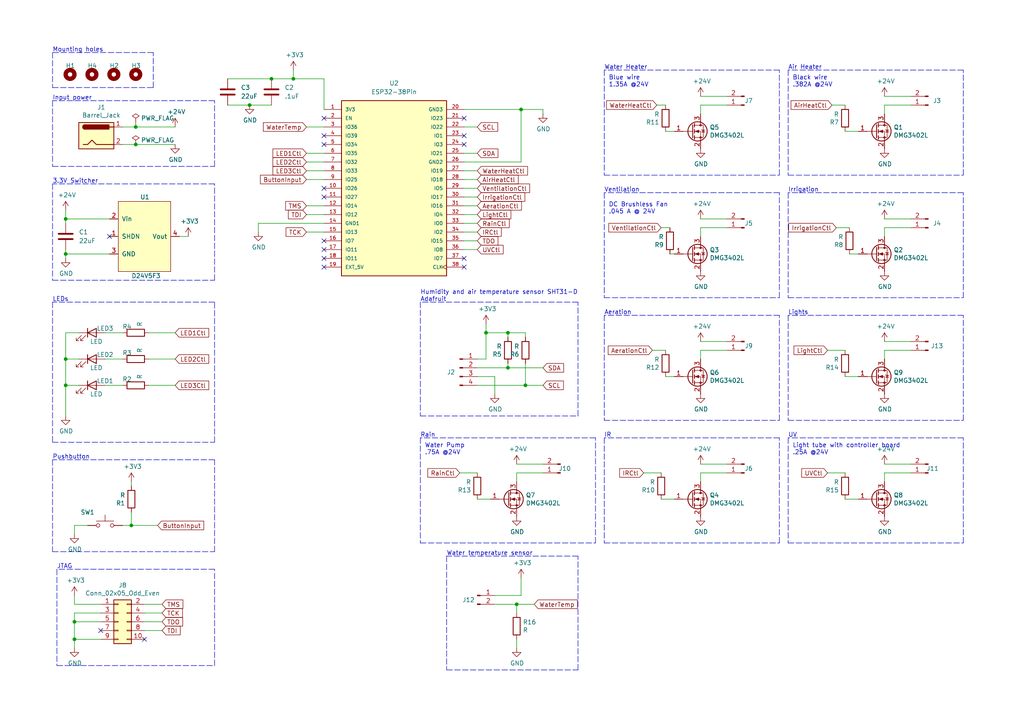
<source format=kicad_sch>
(kicad_sch (version 20211123) (generator eeschema)
  (paper "A4")
  (lib_symbols
    (symbol "Connector:Barrel_Jack" (pin_names (offset 1.016))
      (property "Reference" "J" (at 0 5.334 0))
      (property "Value" "Barrel_Jack" (at 0 -5.08 0))
      (symbol "Barrel_Jack_0_1"
        (rectangle (start -5.08 3.81) (end 5.08 -3.81) (stroke (width 0.254)) (fill (type background)))
        (arc (start -3.302 3.175) (mid -3.937 2.54) (end -3.302 1.905) (stroke (width 0.254)))
        (arc (start -3.302 3.175) (mid -3.937 2.54) (end -3.302 1.905) (stroke (width 0.254)) (fill (type outline)))
        (polyline (pts (xy 5.08 2.54) (xy 3.81 2.54)) (stroke (width 0.254)))
        (polyline (pts (xy -3.81 -2.54) (xy -2.54 -2.54) (xy -1.27 -1.27) (xy 0 -2.54) (xy 2.54 -2.54) (xy 5.08 -2.54)) (stroke (width 0.254)))
        (rectangle (start 3.683 3.175) (end -3.302 1.905) (stroke (width 0.254)) (fill (type outline)))
      )
      (symbol "Barrel_Jack_1_1"
        (pin passive line (at 7.62 2.54 180) (length 2.54) (name "~") (number "1"))
        (pin passive line (at 7.62 -2.54 180) (length 2.54) (name "~") (number "2"))
      )
    )
    (symbol "Connector:Conn_01x02_Male" (pin_names (offset 1.016) hide)
      (property "Reference" "J" (at 0 2.54 0))
      (property "Value" "Conn_01x02_Male" (at 0 -5.08 0))
      (symbol "Conn_01x02_Male_1_1"
        (polyline (pts (xy 1.27 -2.54) (xy 0.8636 -2.54)) (stroke (width 0.1524)))
        (polyline (pts (xy 1.27 0) (xy 0.8636 0)) (stroke (width 0.1524)))
        (rectangle (start 0.8636 -2.413) (end 0 -2.667) (stroke (width 0.1524)) (fill (type outline)))
        (rectangle (start 0.8636 0.127) (end 0 -0.127) (stroke (width 0.1524)) (fill (type outline)))
        (pin passive line (at 5.08 0 180) (length 3.81) (name "Pin_1") (number "1"))
        (pin passive line (at 5.08 -2.54 180) (length 3.81) (name "Pin_2") (number "2"))
      )
    )
    (symbol "Connector:Conn_01x04_Male" (pin_names (offset 1.016) hide)
      (property "Reference" "J" (at 0 5.08 0))
      (property "Value" "Conn_01x04_Male" (at 0 -7.62 0))
      (symbol "Conn_01x04_Male_1_1"
        (polyline (pts (xy 1.27 -5.08) (xy 0.8636 -5.08)) (stroke (width 0.1524)))
        (polyline (pts (xy 1.27 -2.54) (xy 0.8636 -2.54)) (stroke (width 0.1524)))
        (polyline (pts (xy 1.27 0) (xy 0.8636 0)) (stroke (width 0.1524)))
        (polyline (pts (xy 1.27 2.54) (xy 0.8636 2.54)) (stroke (width 0.1524)))
        (rectangle (start 0.8636 -4.953) (end 0 -5.207) (stroke (width 0.1524)) (fill (type outline)))
        (rectangle (start 0.8636 -2.413) (end 0 -2.667) (stroke (width 0.1524)) (fill (type outline)))
        (rectangle (start 0.8636 0.127) (end 0 -0.127) (stroke (width 0.1524)) (fill (type outline)))
        (rectangle (start 0.8636 2.667) (end 0 2.413) (stroke (width 0.1524)) (fill (type outline)))
        (pin passive line (at 5.08 2.54 180) (length 3.81) (name "Pin_1") (number "1"))
        (pin passive line (at 5.08 0 180) (length 3.81) (name "Pin_2") (number "2"))
        (pin passive line (at 5.08 -2.54 180) (length 3.81) (name "Pin_3") (number "3"))
        (pin passive line (at 5.08 -5.08 180) (length 3.81) (name "Pin_4") (number "4"))
      )
    )
    (symbol "Connector_Generic:Conn_02x05_Odd_Even" (pin_names (offset 1.016) hide)
      (property "Reference" "J" (at 1.27 7.62 0))
      (property "Value" "Conn_02x05_Odd_Even" (at 1.27 -7.62 0))
      (symbol "Conn_02x05_Odd_Even_1_1"
        (rectangle (start -1.27 -4.953) (end 0 -5.207) (stroke (width 0.1524)))
        (rectangle (start -1.27 -2.413) (end 0 -2.667) (stroke (width 0.1524)))
        (rectangle (start -1.27 0.127) (end 0 -0.127) (stroke (width 0.1524)))
        (rectangle (start -1.27 2.667) (end 0 2.413) (stroke (width 0.1524)))
        (rectangle (start -1.27 5.207) (end 0 4.953) (stroke (width 0.1524)))
        (rectangle (start -1.27 6.35) (end 3.81 -6.35) (stroke (width 0.254)) (fill (type background)))
        (rectangle (start 3.81 -4.953) (end 2.54 -5.207) (stroke (width 0.1524)))
        (rectangle (start 3.81 -2.413) (end 2.54 -2.667) (stroke (width 0.1524)))
        (rectangle (start 3.81 0.127) (end 2.54 -0.127) (stroke (width 0.1524)))
        (rectangle (start 3.81 2.667) (end 2.54 2.413) (stroke (width 0.1524)))
        (rectangle (start 3.81 5.207) (end 2.54 4.953) (stroke (width 0.1524)))
        (pin passive line (at -5.08 5.08 0) (length 3.81) (name "Pin_1") (number "1"))
        (pin passive line (at 7.62 -5.08 180) (length 3.81) (name "Pin_10") (number "10"))
        (pin passive line (at 7.62 5.08 180) (length 3.81) (name "Pin_2") (number "2"))
        (pin passive line (at -5.08 2.54 0) (length 3.81) (name "Pin_3") (number "3"))
        (pin passive line (at 7.62 2.54 180) (length 3.81) (name "Pin_4") (number "4"))
        (pin passive line (at -5.08 0 0) (length 3.81) (name "Pin_5") (number "5"))
        (pin passive line (at 7.62 0 180) (length 3.81) (name "Pin_6") (number "6"))
        (pin passive line (at -5.08 -2.54 0) (length 3.81) (name "Pin_7") (number "7"))
        (pin passive line (at 7.62 -2.54 180) (length 3.81) (name "Pin_8") (number "8"))
        (pin passive line (at -5.08 -5.08 0) (length 3.81) (name "Pin_9") (number "9"))
      )
    )
    (symbol "Device:C" (pin_numbers hide) (pin_names (offset 0.254))
      (property "Reference" "C" (at 0.635 2.54 0))
      (property "Value" "C" (at 0.635 -2.54 0))
      (symbol "C_0_1"
        (polyline (pts (xy -2.032 -0.762) (xy 2.032 -0.762)) (stroke (width 0.508)))
        (polyline (pts (xy -2.032 0.762) (xy 2.032 0.762)) (stroke (width 0.508)))
      )
      (symbol "C_1_1"
        (pin passive line (at 0 3.81 270) (length 2.794) (name "~") (number "1"))
        (pin passive line (at 0 -3.81 90) (length 2.794) (name "~") (number "2"))
      )
    )
    (symbol "Device:LED" (pin_numbers hide) (pin_names (offset 1.016) hide)
      (property "Reference" "D" (at 0 2.54 0))
      (property "Value" "LED" (at 0 -2.54 0))
      (symbol "LED_0_1"
        (polyline (pts (xy -1.27 -1.27) (xy -1.27 1.27)) (stroke (width 0.254)))
        (polyline (pts (xy -1.27 0) (xy 1.27 0)))
        (polyline (pts (xy 1.27 -1.27) (xy 1.27 1.27) (xy -1.27 0) (xy 1.27 -1.27)) (stroke (width 0.254)))
        (polyline (pts (xy -3.048 -0.762) (xy -4.572 -2.286) (xy -3.81 -2.286) (xy -4.572 -2.286) (xy -4.572 -1.524)))
        (polyline (pts (xy -1.778 -0.762) (xy -3.302 -2.286) (xy -2.54 -2.286) (xy -3.302 -2.286) (xy -3.302 -1.524)))
      )
      (symbol "LED_1_1"
        (pin passive line (at -3.81 0 0) (length 2.54) (name "K") (number "1"))
        (pin passive line (at 3.81 0 180) (length 2.54) (name "A") (number "2"))
      )
    )
    (symbol "Device:R" (pin_numbers hide) (pin_names (offset 0))
      (property "Reference" "R" (at 2.032 0 90))
      (property "Value" "R" (at 0 0 90))
      (symbol "R_0_1"
        (rectangle (start -1.016 -2.54) (end 1.016 2.54) (stroke (width 0.254)))
      )
      (symbol "R_1_1"
        (pin passive line (at 0 3.81 270) (length 1.27) (name "~") (number "1"))
        (pin passive line (at 0 -3.81 90) (length 1.27) (name "~") (number "2"))
      )
    )
    (symbol "GySymbols:D24V5F3" (pin_names (offset 1.016))
      (property "Reference" "U1" (at -1.27 -11.43 90))
      (property "Value" "D24V5F3" (at -3.81 11.43 90))
      (symbol "D24V5F3_0_1"
        (rectangle (start -10.16 7.62) (end 10.16 -7.62) (fill (type background)))
      )
      (symbol "D24V5F3_1_1"
        (pin input line (at 0 10.16 270) (length 2.54) (name "SHDN") (number "1"))
        (pin power_in line (at -5.08 10.16 270) (length 2.54) (name "Vin") (number "2"))
        (pin power_in line (at 5.08 10.16 270) (length 2.54) (name "GND") (number "3"))
        (pin power_out line (at 0 -10.16 90) (length 2.54) (name "Vout") (number "4"))
      )
    )
    (symbol "GySymbols:ESP32-38Pin" (pin_names (offset 1.016))
      (property "Reference" "U" (at -15.2654 26.0604 0))
      (property "Value" "ESP32-38Pin" (at -15.2654 -27.9654 0))
      (symbol "ESP32-38Pin_0_0"
        (rectangle (start -15.24 -25.4) (end 15.24 25.4) (stroke (width 0.254)) (fill (type background)))
        (pin power_in line (at -20.32 22.86 0) (length 5.08) (name "3V3") (number "1"))
        (pin bidirectional line (at -20.32 0 0) (length 5.08) (name "IO26") (number "10"))
        (pin bidirectional line (at -20.32 -2.54 0) (length 5.08) (name "IO27") (number "11"))
        (pin bidirectional line (at -20.32 -5.08 0) (length 5.08) (name "IO14") (number "12"))
        (pin bidirectional line (at -20.32 -7.62 0) (length 5.08) (name "IO12") (number "13"))
        (pin power_in line (at -20.32 -10.16 0) (length 5.08) (name "GND1") (number "14"))
        (pin bidirectional line (at -20.32 -12.7 0) (length 5.08) (name "IO13") (number "15"))
        (pin bidirectional line (at -20.32 -15.24 0) (length 5.08) (name "IO7") (number "16"))
        (pin bidirectional line (at -20.32 -17.78 0) (length 5.08) (name "IO11") (number "17"))
        (pin bidirectional line (at -20.32 -20.32 0) (length 5.08) (name "IO11") (number "18"))
        (pin power_in line (at -20.32 -22.86 0) (length 5.08) (name "EXT_5V") (number "19"))
        (pin input line (at -20.32 20.32 0) (length 5.08) (name "EN") (number "2"))
        (pin power_in line (at 20.32 22.86 180) (length 5.08) (name "GND3") (number "20"))
        (pin bidirectional line (at 20.32 20.32 180) (length 5.08) (name "IO23") (number "21"))
        (pin bidirectional line (at 20.32 17.78 180) (length 5.08) (name "IO22") (number "22"))
        (pin bidirectional line (at 20.32 15.24 180) (length 5.08) (name "IO1") (number "23"))
        (pin bidirectional line (at 20.32 12.7 180) (length 5.08) (name "IO3") (number "24"))
        (pin bidirectional line (at 20.32 10.16 180) (length 5.08) (name "IO21") (number "25"))
        (pin power_in line (at 20.32 7.62 180) (length 5.08) (name "GND2") (number "26"))
        (pin bidirectional line (at 20.32 5.08 180) (length 5.08) (name "IO19") (number "27"))
        (pin bidirectional line (at 20.32 2.54 180) (length 5.08) (name "IO18") (number "28"))
        (pin bidirectional line (at 20.32 0 180) (length 5.08) (name "IO5") (number "29"))
        (pin bidirectional line (at -20.32 17.78 0) (length 5.08) (name "IO36") (number "3"))
        (pin bidirectional line (at 20.32 -2.54 180) (length 5.08) (name "IO17") (number "30"))
        (pin bidirectional line (at 20.32 -5.08 180) (length 5.08) (name "IO16") (number "31"))
        (pin bidirectional line (at 20.32 -7.62 180) (length 5.08) (name "IO4") (number "32"))
        (pin bidirectional line (at 20.32 -10.16 180) (length 5.08) (name "IO0") (number "33"))
        (pin bidirectional line (at 20.32 -12.7 180) (length 5.08) (name "IO2") (number "34"))
        (pin bidirectional line (at 20.32 -15.24 180) (length 5.08) (name "IO15") (number "35"))
        (pin bidirectional line (at 20.32 -17.78 180) (length 5.08) (name "IO8") (number "36"))
        (pin bidirectional line (at 20.32 -20.32 180) (length 5.08) (name "IO7") (number "37"))
        (pin input clock (at 20.32 -22.86 180) (length 5.08) (name "CLK") (number "38"))
        (pin bidirectional line (at -20.32 15.24 0) (length 5.08) (name "IO39") (number "4"))
        (pin bidirectional line (at -20.32 12.7 0) (length 5.08) (name "IO34") (number "5"))
        (pin bidirectional line (at -20.32 10.16 0) (length 5.08) (name "IO35") (number "6"))
        (pin bidirectional line (at -20.32 7.62 0) (length 5.08) (name "IO32") (number "7"))
        (pin bidirectional line (at -20.32 5.08 0) (length 5.08) (name "IO33") (number "8"))
        (pin bidirectional line (at -20.32 2.54 0) (length 5.08) (name "IO25") (number "9"))
      )
    )
    (symbol "Mechanical:MountingHole" (pin_names (offset 1.016))
      (property "Reference" "H" (at 0 5.08 0))
      (property "Value" "MountingHole" (at 0 3.175 0))
      (symbol "MountingHole_0_1"
        (circle (center 0 0) (radius 1.27) (stroke (width 1.27)))
      )
    )
    (symbol "Switch:SW_Push" (pin_numbers hide) (pin_names (offset 1.016) hide)
      (property "Reference" "SW" (at 1.27 2.54 0))
      (property "Value" "SW_Push" (at 0 -1.524 0))
      (symbol "SW_Push_0_1"
        (circle (center -2.032 0) (radius 0.508))
        (polyline (pts (xy 0 1.27) (xy 0 3.048)))
        (polyline (pts (xy 2.54 1.27) (xy -2.54 1.27)))
        (circle (center 2.032 0) (radius 0.508))
        (pin passive line (at -5.08 0 0) (length 2.54) (name "1") (number "1"))
        (pin passive line (at 5.08 0 180) (length 2.54) (name "2") (number "2"))
      )
    )
    (symbol "Transistor_FET:DMG3402L" (pin_names hide)
      (property "Reference" "Q" (at 5.08 1.905 0))
      (property "Value" "DMG3402L" (at 5.08 0 0))
      (symbol "DMG3402L_0_1"
        (polyline (pts (xy 0.254 0) (xy -2.54 0)))
        (polyline (pts (xy 0.254 1.905) (xy 0.254 -1.905)) (stroke (width 0.254)))
        (polyline (pts (xy 0.762 -1.27) (xy 0.762 -2.286)) (stroke (width 0.254)))
        (polyline (pts (xy 0.762 0.508) (xy 0.762 -0.508)) (stroke (width 0.254)))
        (polyline (pts (xy 0.762 2.286) (xy 0.762 1.27)) (stroke (width 0.254)))
        (polyline (pts (xy 2.54 2.54) (xy 2.54 1.778)))
        (polyline (pts (xy 2.54 -2.54) (xy 2.54 0) (xy 0.762 0)))
        (polyline (pts (xy 0.762 -1.778) (xy 3.302 -1.778) (xy 3.302 1.778) (xy 0.762 1.778)))
        (polyline (pts (xy 1.016 0) (xy 2.032 0.381) (xy 2.032 -0.381) (xy 1.016 0)) (fill (type outline)))
        (polyline (pts (xy 2.794 0.508) (xy 2.921 0.381) (xy 3.683 0.381) (xy 3.81 0.254)))
        (polyline (pts (xy 3.302 0.381) (xy 2.921 -0.254) (xy 3.683 -0.254) (xy 3.302 0.381)))
        (circle (center 1.651 0) (radius 2.794) (stroke (width 0.254)))
        (circle (center 2.54 -1.778) (radius 0.254) (fill (type outline)))
        (circle (center 2.54 1.778) (radius 0.254) (fill (type outline)))
      )
      (symbol "DMG3402L_1_1"
        (pin input line (at -5.08 0 0) (length 2.54) (name "G") (number "1"))
        (pin passive line (at 2.54 -5.08 90) (length 2.54) (name "S") (number "2"))
        (pin passive line (at 2.54 5.08 270) (length 2.54) (name "D") (number "3"))
      )
    )
    (symbol "power:+24V" (power) (pin_names (offset 0))
      (property "Value" "+24V" (at 0 3.556 0))
      (symbol "+24V_0_1"
        (polyline (pts (xy -0.762 1.27) (xy 0 2.54)))
        (polyline (pts (xy 0 0) (xy 0 2.54)))
        (polyline (pts (xy 0 2.54) (xy 0.762 1.27)))
      )
      (symbol "+24V_1_1"
        (pin power_in line (at 0 0 90) (length 0) hide (name "+24V") (number "1"))
      )
    )
    (symbol "power:+3V3" (power) (pin_names (offset 0))
      (property "Value" "+3V3" (at 0 3.556 0))
      (symbol "+3V3_0_1"
        (polyline (pts (xy -0.762 1.27) (xy 0 2.54)))
        (polyline (pts (xy 0 0) (xy 0 2.54)))
        (polyline (pts (xy 0 2.54) (xy 0.762 1.27)))
      )
      (symbol "+3V3_1_1"
        (pin power_in line (at 0 0 90) (length 0) hide (name "+3V3") (number "1"))
      )
    )
    (symbol "power:GND" (power) (pin_names (offset 0))
      (property "Value" "GND" (at 0 -3.81 0))
      (symbol "GND_0_1"
        (polyline (pts (xy 0 0) (xy 0 -1.27) (xy 1.27 -1.27) (xy 0 -2.54) (xy -1.27 -1.27) (xy 0 -1.27)))
      )
      (symbol "GND_1_1"
        (pin power_in line (at 0 0 270) (length 0) hide (name "GND") (number "1"))
      )
    )
    (symbol "power:PWR_FLAG" (power) (pin_numbers hide) (pin_names (offset 0) hide)
      (property "Value" "PWR_FLAG" (at 0 3.81 0))
      (symbol "PWR_FLAG_0_0"
        (pin power_out line (at 0 0 90) (length 0) (name "pwr") (number "1"))
      )
      (symbol "PWR_FLAG_0_1"
        (polyline (pts (xy 0 0) (xy 0 1.27) (xy -1.016 1.905) (xy 0 2.54) (xy 1.016 1.905) (xy 0 1.27)))
      )
    )
  )
  (junction (at 39.37 36.83))
  (junction (at 19.05 111.76))
  (junction (at 19.05 63.5))
  (junction (at 149.86 175.26))
  (junction (at 19.05 73.66))
  (junction (at 21.59 180.34))
  (junction (at 38.1 152.4))
  (junction (at 72.39 30.48))
  (junction (at 147.32 106.68))
  (junction (at 140.97 96.52))
  (junction (at 151.13 31.75))
  (junction (at 147.32 96.52))
  (junction (at 39.37 41.91))
  (junction (at 21.59 185.42))
  (junction (at 85.09 22.86))
  (junction (at 152.4 111.76))
  (junction (at 19.05 104.14))
  (junction (at 78.74 22.86))
  (no_connect (at 29.21 182.88))
  (no_connect (at 41.91 185.42))
  (no_connect (at 93.98 34.29))
  (no_connect (at 93.98 41.91))
  (no_connect (at 134.62 74.93))
  (no_connect (at 134.62 77.47))
  (no_connect (at 93.98 39.37))
  (no_connect (at 93.98 69.85))
  (no_connect (at 93.98 72.39))
  (no_connect (at 93.98 77.47))
  (no_connect (at 93.98 74.93))
  (no_connect (at 93.98 57.15))
  (no_connect (at 93.98 54.61))
  (no_connect (at 134.62 34.29))
  (no_connect (at 134.62 39.37))
  (no_connect (at 134.62 41.91))
  (no_connect (at 31.75 68.58))
  (polyline (pts (xy 175.26 55.88) (xy 175.26 86.36)))
  (wire (pts (xy 134.62 46.99) (xy 151.13 46.99)))
  (wire (pts (xy 41.91 175.26) (xy 46.99 175.26)))
  (wire (pts (xy 149.86 134.62) (xy 157.48 134.62)))
  (wire (pts (xy 133.35 137.16) (xy 138.43 137.16)))
  (polyline (pts (xy 226.06 91.44) (xy 175.26 91.44)))
  (wire (pts (xy 240.03 101.6) (xy 245.11 101.6)))
  (wire (pts (xy 22.86 96.52) (xy 19.05 96.52)))
  (polyline (pts (xy 175.26 157.48) (xy 226.06 157.48)))
  (polyline (pts (xy 15.24 25.4) (xy 44.45 25.4)))
  (wire (pts (xy 38.1 152.4) (xy 38.1 148.59)))
  (wire (pts (xy 256.54 30.48) (xy 264.16 30.48)))
  (wire (pts (xy 138.43 144.78) (xy 142.24 144.78)))
  (wire (pts (xy 72.39 30.48) (xy 78.74 30.48)))
  (wire (pts (xy 256.54 33.02) (xy 256.54 30.48)))
  (wire (pts (xy 74.93 67.31) (xy 74.93 64.77)))
  (wire (pts (xy 151.13 172.72) (xy 151.13 167.64)))
  (wire (pts (xy 143.51 172.72) (xy 151.13 172.72)))
  (wire (pts (xy 134.62 44.45) (xy 138.43 44.45)))
  (wire (pts (xy 43.18 111.76) (xy 50.8 111.76)))
  (wire (pts (xy 203.2 99.06) (xy 210.82 99.06)))
  (wire (pts (xy 245.11 38.1) (xy 248.92 38.1)))
  (wire (pts (xy 191.77 66.04) (xy 194.31 66.04)))
  (wire (pts (xy 256.54 104.14) (xy 256.54 101.6)))
  (polyline (pts (xy 228.6 127) (xy 228.6 157.48)))
  (wire (pts (xy 29.21 177.8) (xy 21.59 177.8)))
  (polyline (pts (xy 175.26 121.92) (xy 226.06 121.92)))
  (wire (pts (xy 256.54 27.94) (xy 264.16 27.94)))
  (polyline (pts (xy 121.92 120.65) (xy 167.64 120.65)))
  (wire (pts (xy 134.62 67.31) (xy 138.43 67.31)))
  (polyline (pts (xy 15.24 15.24) (xy 15.24 25.4)))
  (polyline (pts (xy 15.24 53.34) (xy 15.24 81.28)))
  (wire (pts (xy 240.03 137.16) (xy 245.11 137.16)))
  (polyline (pts (xy 228.6 20.32) (xy 228.6 50.8)))
  (wire (pts (xy 203.2 134.62) (xy 210.82 134.62)))
  (wire (pts (xy 203.2 66.04) (xy 210.82 66.04)))
  (wire (pts (xy 149.86 175.26) (xy 143.51 175.26)))
  (wire (pts (xy 256.54 139.7) (xy 256.54 137.16)))
  (polyline (pts (xy 62.23 81.28) (xy 62.23 53.34)))
  (wire (pts (xy 194.31 73.66) (xy 195.58 73.66)))
  (wire (pts (xy 134.62 64.77) (xy 138.43 64.77)))
  (wire (pts (xy 21.59 187.96) (xy 21.59 185.42)))
  (wire (pts (xy 19.05 104.14) (xy 22.86 104.14)))
  (wire (pts (xy 193.04 38.1) (xy 195.58 38.1)))
  (wire (pts (xy 191.77 144.78) (xy 195.58 144.78)))
  (polyline (pts (xy 279.4 127) (xy 228.6 127)))
  (wire (pts (xy 149.86 187.96) (xy 149.86 185.42)))
  (polyline (pts (xy 129.54 194.31) (xy 167.64 194.31)))
  (polyline (pts (xy 62.23 53.34) (xy 15.24 53.34)))
  (wire (pts (xy 256.54 101.6) (xy 264.16 101.6)))
  (polyline (pts (xy 175.26 50.8) (xy 226.06 50.8)))
  (wire (pts (xy 35.56 36.83) (xy 39.37 36.83)))
  (polyline (pts (xy 175.26 127) (xy 175.26 157.48)))
  (polyline (pts (xy 226.06 20.32) (xy 175.26 20.32)))
  (polyline (pts (xy 226.06 86.36) (xy 226.06 55.88)))
  (polyline (pts (xy 129.54 161.29) (xy 129.54 194.31)))
  (wire (pts (xy 30.48 111.76) (xy 35.56 111.76)))
  (wire (pts (xy 147.32 106.68) (xy 157.48 106.68)))
  (wire (pts (xy 147.32 96.52) (xy 140.97 96.52)))
  (wire (pts (xy 19.05 73.66) (xy 19.05 74.93)))
  (polyline (pts (xy 15.24 160.02) (xy 62.23 160.02)))
  (polyline (pts (xy 172.72 157.48) (xy 172.72 127)))
  (wire (pts (xy 140.97 104.14) (xy 140.97 96.52)))
  (wire (pts (xy 93.98 22.86) (xy 93.98 31.75)))
  (wire (pts (xy 41.91 182.88) (xy 46.99 182.88)))
  (wire (pts (xy 186.69 137.16) (xy 191.77 137.16)))
  (wire (pts (xy 245.11 109.22) (xy 248.92 109.22)))
  (wire (pts (xy 19.05 63.5) (xy 19.05 64.77)))
  (polyline (pts (xy 279.4 86.36) (xy 279.4 55.88)))
  (polyline (pts (xy 62.23 160.02) (xy 62.23 133.35)))
  (wire (pts (xy 256.54 66.04) (xy 264.16 66.04)))
  (polyline (pts (xy 228.6 86.36) (xy 279.4 86.36)))
  (wire (pts (xy 30.48 104.14) (xy 35.56 104.14)))
  (wire (pts (xy 151.13 46.99) (xy 151.13 31.75)))
  (polyline (pts (xy 15.24 128.27) (xy 62.23 128.27)))
  (wire (pts (xy 74.93 64.77) (xy 93.98 64.77)))
  (wire (pts (xy 66.04 22.86) (xy 78.74 22.86)))
  (wire (pts (xy 134.62 52.07) (xy 138.43 52.07)))
  (wire (pts (xy 88.9 59.69) (xy 93.98 59.69)))
  (wire (pts (xy 140.97 96.52) (xy 140.97 93.98)))
  (wire (pts (xy 19.05 72.39) (xy 19.05 73.66)))
  (wire (pts (xy 38.1 152.4) (xy 45.72 152.4)))
  (wire (pts (xy 31.75 73.66) (xy 19.05 73.66)))
  (polyline (pts (xy 62.23 165.1) (xy 16.51 165.1)))
  (wire (pts (xy 35.56 41.91) (xy 39.37 41.91)))
  (wire (pts (xy 149.86 139.7) (xy 149.86 137.16)))
  (wire (pts (xy 43.18 96.52) (xy 50.8 96.52)))
  (polyline (pts (xy 172.72 127) (xy 121.92 127)))
  (wire (pts (xy 189.23 101.6) (xy 193.04 101.6)))
  (wire (pts (xy 30.48 96.52) (xy 35.56 96.52)))
  (wire (pts (xy 43.18 104.14) (xy 50.8 104.14)))
  (wire (pts (xy 203.2 63.5) (xy 210.82 63.5)))
  (wire (pts (xy 138.43 106.68) (xy 147.32 106.68)))
  (wire (pts (xy 203.2 68.58) (xy 203.2 66.04)))
  (wire (pts (xy 88.9 52.07) (xy 93.98 52.07)))
  (polyline (pts (xy 228.6 50.8) (xy 279.4 50.8)))
  (polyline (pts (xy 15.24 81.28) (xy 62.23 81.28)))
  (polyline (pts (xy 175.26 86.36) (xy 226.06 86.36)))
  (wire (pts (xy 151.13 31.75) (xy 157.48 31.75)))
  (wire (pts (xy 39.37 36.83) (xy 50.8 36.83)))
  (wire (pts (xy 88.9 36.83) (xy 93.98 36.83)))
  (polyline (pts (xy 279.4 121.92) (xy 279.4 91.44)))
  (wire (pts (xy 256.54 68.58) (xy 256.54 66.04)))
  (wire (pts (xy 203.2 137.16) (xy 210.82 137.16)))
  (wire (pts (xy 21.59 152.4) (xy 25.4 152.4)))
  (wire (pts (xy 88.9 67.31) (xy 93.98 67.31)))
  (wire (pts (xy 149.86 177.8) (xy 149.86 175.26)))
  (wire (pts (xy 19.05 111.76) (xy 19.05 120.65)))
  (polyline (pts (xy 279.4 20.32) (xy 228.6 20.32)))
  (wire (pts (xy 246.38 73.66) (xy 248.92 73.66)))
  (polyline (pts (xy 15.24 48.26) (xy 62.23 48.26)))
  (polyline (pts (xy 62.23 29.21) (xy 15.24 29.21)))
  (wire (pts (xy 21.59 175.26) (xy 21.59 172.72)))
  (polyline (pts (xy 279.4 157.48) (xy 279.4 127)))
  (wire (pts (xy 35.56 152.4) (xy 38.1 152.4)))
  (wire (pts (xy 39.37 41.91) (xy 50.8 41.91)))
  (wire (pts (xy 134.62 72.39) (xy 138.43 72.39)))
  (polyline (pts (xy 62.23 133.35) (xy 15.24 133.35)))
  (wire (pts (xy 29.21 180.34) (xy 21.59 180.34)))
  (wire (pts (xy 203.2 30.48) (xy 210.82 30.48)))
  (wire (pts (xy 21.59 175.26) (xy 29.21 175.26)))
  (wire (pts (xy 149.86 137.16) (xy 157.48 137.16)))
  (wire (pts (xy 19.05 111.76) (xy 22.86 111.76)))
  (wire (pts (xy 256.54 137.16) (xy 264.16 137.16)))
  (polyline (pts (xy 44.45 25.4) (xy 44.45 15.24)))
  (wire (pts (xy 134.62 69.85) (xy 138.43 69.85)))
  (wire (pts (xy 41.91 180.34) (xy 46.99 180.34)))
  (polyline (pts (xy 228.6 55.88) (xy 228.6 86.36)))
  (polyline (pts (xy 228.6 91.44) (xy 228.6 121.92)))
  (wire (pts (xy 134.62 31.75) (xy 151.13 31.75)))
  (polyline (pts (xy 167.64 87.63) (xy 121.92 87.63)))
  (wire (pts (xy 52.07 68.58) (xy 54.61 68.58)))
  (wire (pts (xy 152.4 97.79) (xy 152.4 96.52)))
  (wire (pts (xy 19.05 60.96) (xy 19.05 63.5)))
  (polyline (pts (xy 62.23 128.27) (xy 62.23 87.63)))
  (wire (pts (xy 256.54 99.06) (xy 264.16 99.06)))
  (polyline (pts (xy 16.51 193.04) (xy 62.23 193.04)))
  (wire (pts (xy 134.62 49.53) (xy 138.43 49.53)))
  (wire (pts (xy 242.57 66.04) (xy 246.38 66.04)))
  (wire (pts (xy 85.09 20.32) (xy 85.09 22.86)))
  (polyline (pts (xy 228.6 157.48) (xy 279.4 157.48)))
  (polyline (pts (xy 167.64 161.29) (xy 129.54 161.29)))
  (wire (pts (xy 78.74 22.86) (xy 85.09 22.86)))
  (wire (pts (xy 134.62 36.83) (xy 138.43 36.83)))
  (wire (pts (xy 21.59 177.8) (xy 21.59 180.34)))
  (polyline (pts (xy 44.45 15.24) (xy 15.24 15.24)))
  (polyline (pts (xy 226.06 121.92) (xy 226.06 91.44)))
  (polyline (pts (xy 279.4 55.88) (xy 228.6 55.88)))
  (wire (pts (xy 138.43 111.76) (xy 152.4 111.76)))
  (wire (pts (xy 88.9 49.53) (xy 93.98 49.53)))
  (wire (pts (xy 147.32 97.79) (xy 147.32 96.52)))
  (wire (pts (xy 21.59 154.94) (xy 21.59 152.4)))
  (polyline (pts (xy 279.4 50.8) (xy 279.4 20.32)))
  (polyline (pts (xy 279.4 91.44) (xy 228.6 91.44)))
  (wire (pts (xy 143.51 109.22) (xy 138.43 109.22)))
  (wire (pts (xy 134.62 54.61) (xy 138.43 54.61)))
  (wire (pts (xy 152.4 105.41) (xy 152.4 111.76)))
  (wire (pts (xy 41.91 177.8) (xy 46.99 177.8)))
  (wire (pts (xy 88.9 46.99) (xy 93.98 46.99)))
  (wire (pts (xy 143.51 109.22) (xy 143.51 114.3)))
  (polyline (pts (xy 226.06 50.8) (xy 226.06 20.32)))
  (polyline (pts (xy 15.24 87.63) (xy 15.24 128.27)))
  (polyline (pts (xy 226.06 127) (xy 175.26 127)))
  (wire (pts (xy 245.11 144.78) (xy 248.92 144.78)))
  (polyline (pts (xy 226.06 55.88) (xy 175.26 55.88)))
  (wire (pts (xy 152.4 111.76) (xy 157.48 111.76)))
  (wire (pts (xy 203.2 101.6) (xy 210.82 101.6)))
  (polyline (pts (xy 175.26 91.44) (xy 175.26 121.92)))
  (wire (pts (xy 190.5 30.48) (xy 193.04 30.48)))
  (polyline (pts (xy 121.92 87.63) (xy 121.92 120.65)))
  (wire (pts (xy 256.54 63.5) (xy 264.16 63.5)))
  (wire (pts (xy 147.32 105.41) (xy 147.32 106.68)))
  (polyline (pts (xy 226.06 157.48) (xy 226.06 127)))
  (wire (pts (xy 88.9 62.23) (xy 93.98 62.23)))
  (wire (pts (xy 203.2 27.94) (xy 210.82 27.94)))
  (wire (pts (xy 39.37 35.56) (xy 39.37 36.83)))
  (polyline (pts (xy 62.23 193.04) (xy 62.23 165.1)))
  (wire (pts (xy 134.62 62.23) (xy 138.43 62.23)))
  (wire (pts (xy 19.05 96.52) (xy 19.05 104.14)))
  (polyline (pts (xy 121.92 157.48) (xy 172.72 157.48)))
  (wire (pts (xy 29.21 185.42) (xy 21.59 185.42)))
  (polyline (pts (xy 15.24 29.21) (xy 15.24 48.26)))
  (wire (pts (xy 85.09 22.86) (xy 93.98 22.86)))
  (wire (pts (xy 193.04 109.22) (xy 195.58 109.22)))
  (polyline (pts (xy 16.51 165.1) (xy 16.51 193.04)))
  (polyline (pts (xy 167.64 120.65) (xy 167.64 87.63)))
  (wire (pts (xy 152.4 96.52) (xy 147.32 96.52)))
  (polyline (pts (xy 121.92 127) (xy 121.92 157.48)))
  (wire (pts (xy 66.04 30.48) (xy 72.39 30.48)))
  (wire (pts (xy 134.62 59.69) (xy 138.43 59.69)))
  (polyline (pts (xy 228.6 121.92) (xy 279.4 121.92)))
  (wire (pts (xy 19.05 63.5) (xy 31.75 63.5)))
  (wire (pts (xy 134.62 57.15) (xy 138.43 57.15)))
  (wire (pts (xy 38.1 139.7) (xy 38.1 140.97)))
  (wire (pts (xy 241.3 30.48) (xy 245.11 30.48)))
  (wire (pts (xy 203.2 33.02) (xy 203.2 30.48)))
  (wire (pts (xy 140.97 104.14) (xy 138.43 104.14)))
  (polyline (pts (xy 62.23 87.63) (xy 15.24 87.63)))
  (wire (pts (xy 157.48 31.75) (xy 157.48 33.02)))
  (wire (pts (xy 256.54 134.62) (xy 264.16 134.62)))
  (polyline (pts (xy 15.24 133.35) (xy 15.24 160.02)))
  (wire (pts (xy 154.94 175.26) (xy 149.86 175.26)))
  (polyline (pts (xy 62.23 48.26) (xy 62.23 29.21)))
  (wire (pts (xy 88.9 44.45) (xy 93.98 44.45)))
  (polyline (pts (xy 175.26 20.32) (xy 175.26 50.8)))
  (wire (pts (xy 203.2 139.7) (xy 203.2 137.16)))
  (polyline (pts (xy 167.64 194.31) (xy 167.64 161.29)))
  (wire (pts (xy 21.59 180.34) (xy 21.59 185.42)))
  (wire (pts (xy 203.2 104.14) (xy 203.2 101.6)))
  (wire (pts (xy 19.05 104.14) (xy 19.05 111.76)))
  (text "Mounting holes" (at 15.24 15.24 0) (effects (font (size 1.27 1.27)) (justify left bottom)))
  (text "Air Heater" (at 228.6 20.32 0) (effects (font (size 1.27 1.27)) (justify left bottom)))
  (text "Black wire\n.382A @24V" (at 229.87 25.4 0) (effects (font (size 1.27 1.27)) (justify left bottom)))
  (text "IR" (at 175.26 127 0) (effects (font (size 1.27 1.27)) (justify left bottom)))
  (text "Light tube with controller board\n.25A @24V" (at 229.87 132.08 0) (effects (font (size 1.27 1.27)) (justify left bottom)))
  (text "Pushbutton" (at 15.24 133.35 0) (effects (font (size 1.27 1.27)) (justify left bottom)))
  (text "Lights" (at 228.6 91.44 0) (effects (font (size 1.27 1.27)) (justify left bottom)))
  (text "Rain" (at 121.92 127 0) (effects (font (size 1.27 1.27)) (justify left bottom)))
  (text "Humidity and air temperature sensor SHT31-D\nAdafruit" (at 121.92 87.63 0) (effects (font (size 1.27 1.27)) (justify left bottom)))
  (text "DC Brushless Fan\n.045 A @ 24V" (at 176.53 62.23 0) (effects (font (size 1.27 1.27)) (justify left bottom)))
  (text "Input power" (at 15.24 29.21 0) (effects (font (size 1.27 1.27)) (justify left bottom)))
  (text "Water temperature sensor" (at 129.54 161.29 0) (effects (font (size 1.27 1.27)) (justify left bottom)))
  (text "Water Heater" (at 175.26 20.32 0) (effects (font (size 1.27 1.27)) (justify left bottom)))
  (text "JTAG" (at 16.51 165.1 0) (effects (font (size 1.27 1.27)) (justify left bottom)))
  (text "Blue wire\n1.35A @24V" (at 176.53 25.4 0) (effects (font (size 1.27 1.27)) (justify left bottom)))
  (text "3.3V Switcher" (at 15.24 53.34 0) (effects (font (size 1.27 1.27)) (justify left bottom)))
  (text "LEDs" (at 15.24 87.63 0) (effects (font (size 1.27 1.27)) (justify left bottom)))
  (text "Water Pump\n.75A @24V" (at 123.19 132.08 0) (effects (font (size 1.27 1.27)) (justify left bottom)))
  (text "Aeration" (at 175.26 91.44 0) (effects (font (size 1.27 1.27)) (justify left bottom)))
  (text "Ventilation" (at 175.26 55.88 0) (effects (font (size 1.27 1.27)) (justify left bottom)))
  (text "UV" (at 228.6 127 0) (effects (font (size 1.27 1.27)) (justify left bottom)))
  (text "Irrigation" (at 228.6 55.88 0) (effects (font (size 1.27 1.27)) (justify left bottom)))
  (global_label "RainCtl" (shape input) (at 138.43 64.77 0) (property "Intersheet References" "${INTERSHEET_REFS}" (effects hide)))
  (global_label "WaterTemp" (shape input) (at 88.9 36.83 180) (property "Intersheet References" "${INTERSHEET_REFS}" (effects hide)))
  (global_label "VentilationCtl" (shape input) (at 191.77 66.04 180) (property "Intersheet References" "${INTERSHEET_REFS}" (effects hide)))
  (global_label "ButtonInput" (shape input) (at 45.72 152.4 0) (property "Intersheet References" "${INTERSHEET_REFS}" (effects hide)))
  (global_label "TMS" (shape input) (at 46.99 175.26 0) (property "Intersheet References" "${INTERSHEET_REFS}" (effects hide)))
  (global_label "TDI" (shape input) (at 88.9 62.23 180) (property "Intersheet References" "${INTERSHEET_REFS}" (effects hide)))
  (global_label "RainCtl" (shape input) (at 133.35 137.16 180) (property "Intersheet References" "${INTERSHEET_REFS}" (effects hide)))
  (global_label "WaterHeatCtl" (shape input) (at 138.43 49.53 0) (property "Intersheet References" "${INTERSHEET_REFS}" (effects hide)))
  (global_label "AirHeatCtl" (shape input) (at 138.43 52.07 0) (property "Intersheet References" "${INTERSHEET_REFS}" (effects hide)))
  (global_label "SDA" (shape input) (at 138.43 44.45 0) (property "Intersheet References" "${INTERSHEET_REFS}" (effects hide)))
  (global_label "LightCtl" (shape input) (at 240.03 101.6 180) (property "Intersheet References" "${INTERSHEET_REFS}" (effects hide)))
  (global_label "TCK" (shape input) (at 46.99 177.8 0) (property "Intersheet References" "${INTERSHEET_REFS}" (effects hide)))
  (global_label "LED3Ctl" (shape input) (at 50.8 111.76 0) (property "Intersheet References" "${INTERSHEET_REFS}" (effects hide)))
  (global_label "IrrigationCtl" (shape input) (at 242.57 66.04 180) (property "Intersheet References" "${INTERSHEET_REFS}" (effects hide)))
  (global_label "IRCtl" (shape input) (at 138.43 67.31 0) (property "Intersheet References" "${INTERSHEET_REFS}" (effects hide)))
  (global_label "AirHeatCtl" (shape input) (at 241.3 30.48 180) (property "Intersheet References" "${INTERSHEET_REFS}" (effects hide)))
  (global_label "AerationCtl" (shape input) (at 138.43 59.69 0) (property "Intersheet References" "${INTERSHEET_REFS}" (effects hide)))
  (global_label "LED2Ctl" (shape input) (at 50.8 104.14 0) (property "Intersheet References" "${INTERSHEET_REFS}" (effects hide)))
  (global_label "IrrigationCtl" (shape input) (at 138.43 57.15 0) (property "Intersheet References" "${INTERSHEET_REFS}" (effects hide)))
  (global_label "TDI" (shape input) (at 46.99 182.88 0) (property "Intersheet References" "${INTERSHEET_REFS}" (effects hide)))
  (global_label "TCK" (shape input) (at 88.9 67.31 180) (property "Intersheet References" "${INTERSHEET_REFS}" (effects hide)))
  (global_label "TMS" (shape input) (at 88.9 59.69 180) (property "Intersheet References" "${INTERSHEET_REFS}" (effects hide)))
  (global_label "AerationCtl" (shape input) (at 189.23 101.6 180) (property "Intersheet References" "${INTERSHEET_REFS}" (effects hide)))
  (global_label "VentilationCtl" (shape input) (at 138.43 54.61 0) (property "Intersheet References" "${INTERSHEET_REFS}" (effects hide)))
  (global_label "UVCtl" (shape input) (at 240.03 137.16 180) (property "Intersheet References" "${INTERSHEET_REFS}" (effects hide)))
  (global_label "ButtonInput" (shape input) (at 88.9 52.07 180) (property "Intersheet References" "${INTERSHEET_REFS}" (effects hide)))
  (global_label "SCL" (shape input) (at 138.43 36.83 0) (property "Intersheet References" "${INTERSHEET_REFS}" (effects hide)))
  (global_label "TDO" (shape input) (at 46.99 180.34 0) (property "Intersheet References" "${INTERSHEET_REFS}" (effects hide)))
  (global_label "LED1Ctl" (shape input) (at 88.9 44.45 180) (property "Intersheet References" "${INTERSHEET_REFS}" (effects hide)))
  (global_label "SCL" (shape input) (at 157.48 111.76 0) (property "Intersheet References" "${INTERSHEET_REFS}" (effects hide)))
  (global_label "WaterHeatCtl" (shape input) (at 190.5 30.48 180) (property "Intersheet References" "${INTERSHEET_REFS}" (effects hide)))
  (global_label "LED2Ctl" (shape input) (at 88.9 46.99 180) (property "Intersheet References" "${INTERSHEET_REFS}" (effects hide)))
  (global_label "UVCtl" (shape input) (at 138.43 72.39 0) (property "Intersheet References" "${INTERSHEET_REFS}" (effects hide)))
  (global_label "LightCtl" (shape input) (at 138.43 62.23 0) (property "Intersheet References" "${INTERSHEET_REFS}" (effects hide)))
  (global_label "LED3Ctl" (shape input) (at 88.9 49.53 180) (property "Intersheet References" "${INTERSHEET_REFS}" (effects hide)))
  (global_label "WaterTemp" (shape input) (at 154.94 175.26 0) (property "Intersheet References" "${INTERSHEET_REFS}" (effects hide)))
  (global_label "LED1Ctl" (shape input) (at 50.8 96.52 0) (property "Intersheet References" "${INTERSHEET_REFS}" (effects hide)))
  (global_label "IRCtl" (shape input) (at 186.69 137.16 180) (property "Intersheet References" "${INTERSHEET_REFS}" (effects hide)))
  (global_label "TDO" (shape input) (at 138.43 69.85 0) (property "Intersheet References" "${INTERSHEET_REFS}" (effects hide)))
  (global_label "SDA" (shape input) (at 157.48 106.68 0) (property "Intersheet References" "${INTERSHEET_REFS}" (effects hide)))
  (symbol (lib_id "Connector:Conn_01x02_Male") (at 138.43 172.72 0) (unit 1)
    (property "Reference" "J12" (at 135.89 173.99 0))
    (property "Value" "Conn_01x02_Male" (effects hide))
    (property "Footprint" "Connector_JST:JST_EH_B2B-EH-A_1x02_P2.50mm_Vertical" (effects hide))
  )
  (symbol (lib_id "Connector:Conn_01x04_Male") (at 133.35 106.68 0) (unit 1)
    (property "Reference" "J2" (at 130.81 107.95 0))
    (property "Value" "Conn_01x04_Male" (effects hide))
    (property "Footprint" "Connector_JST:JST_EH_B4B-EH-A_1x04_P2.50mm_Vertical" (effects hide))
  )
  (symbol (lib_id "Transistor_FET:DMG3402L") (at 254 38.1 0) (unit 1)
    (property "Reference" "Q1" (at 259.1816 36.9316 0) (effects (justify left)))
    (property "Value" "DMG3402L" (at 259.1816 39.243 0) (effects (justify left)))
    (property "Footprint" "Package_TO_SOT_SMD:SOT-23" (effects hide))
    (property "Datasheet" "http://www.diodes.com/assets/Datasheets/DMG3402L.pdf" (effects hide))
  )
  (symbol (lib_id "Connector:Conn_01x02_Male") (at 269.24 30.48 180) (unit 1)
    (property "Reference" "J3" (at 271.78 29.21 0))
    (property "Value" "Conn_01x02_Male" (effects hide))
    (property "Footprint" "Connector_JST:JST_EH_B2B-EH-A_1x02_P2.50mm_Vertical" (effects hide))
  )
  (symbol (lib_id "power:+24V") (at 256.54 27.94 0) (unit 1)
    (property "Reference" "#PWR029" (effects hide))
    (property "Value" "+24V" (at 256.921 23.5458 0))
  )
  (symbol (lib_id "power:GND") (at 256.54 43.18 0) (unit 1)
    (property "Reference" "#PWR030" (effects hide))
    (property "Value" "GND" (at 256.667 47.5742 0))
  )
  (symbol (lib_id "Connector:Barrel_Jack") (at 27.94 39.37 0) (unit 1)
    (property "Reference" "J1" (at 29.3878 31.115 0))
    (property "Value" "Barrel_Jack" (at 29.3878 33.4264 0))
    (property "Footprint" "Connector_BarrelJack:BarrelJack_CUI_PJ-102AH_Horizontal" (effects hide))
  )
  (symbol (lib_id "Connector_Generic:Conn_02x05_Odd_Even") (at 34.29 180.34 0) (unit 1)
    (property "Reference" "J8" (at 35.56 169.7482 0))
    (property "Value" "Conn_02x05_Odd_Even" (at 35.56 172.0596 0))
    (property "Footprint" "Connector_IDC:IDC-Header_2x05_P2.54mm_Vertical" (effects hide))
  )
  (symbol (lib_id "power:GND") (at 21.59 187.96 0) (unit 1)
    (property "Reference" "#PWR06" (effects hide))
    (property "Value" "GND" (at 21.717 192.3542 0))
  )
  (symbol (lib_id "Transistor_FET:DMG3402L") (at 200.66 38.1 0) (unit 1)
    (property "Reference" "Q5" (at 205.8416 36.9316 0) (effects (justify left)))
    (property "Value" "DMG3402L" (at 205.8416 39.243 0) (effects (justify left)))
    (property "Footprint" "Package_TO_SOT_SMD:SOT-23" (effects hide))
    (property "Datasheet" "http://www.diodes.com/assets/Datasheets/DMG3402L.pdf" (effects hide))
  )
  (symbol (lib_id "Connector:Conn_01x02_Male") (at 215.9 30.48 180) (unit 1)
    (property "Reference" "J7" (at 217.17 29.21 0))
    (property "Value" "Conn_01x02_Male" (effects hide))
    (property "Footprint" "Connector_JST:JST_EH_B2B-EH-A_1x02_P2.50mm_Vertical" (effects hide))
  )
  (symbol (lib_id "power:GND") (at 203.2 43.18 0) (unit 1)
    (property "Reference" "#PWR022" (effects hide))
    (property "Value" "GND" (at 203.327 47.5742 0))
  )
  (symbol (lib_id "power:+24V") (at 203.2 27.94 0) (unit 1)
    (property "Reference" "#PWR021" (effects hide))
    (property "Value" "+24V" (at 203.581 23.5458 0))
  )
  (symbol (lib_id "Transistor_FET:DMG3402L") (at 200.66 73.66 0) (unit 1)
    (property "Reference" "Q3" (at 205.8416 72.4916 0) (effects (justify left)))
    (property "Value" "DMG3402L" (at 205.8416 74.803 0) (effects (justify left)))
    (property "Footprint" "Package_TO_SOT_SMD:SOT-23" (effects hide))
    (property "Datasheet" "http://www.diodes.com/assets/Datasheets/DMG3402L.pdf" (effects hide))
  )
  (symbol (lib_id "Connector:Conn_01x02_Male") (at 215.9 66.04 180) (unit 1)
    (property "Reference" "J5" (at 217.17 64.77 0))
    (property "Value" "Conn_01x02_Male" (effects hide))
    (property "Footprint" "Connector_JST:JST_EH_B2B-EH-A_1x02_P2.50mm_Vertical" (effects hide))
  )
  (symbol (lib_id "power:GND") (at 203.2 78.74 0) (unit 1)
    (property "Reference" "#PWR024" (effects hide))
    (property "Value" "GND" (at 203.327 83.1342 0))
  )
  (symbol (lib_id "power:+24V") (at 203.2 63.5 0) (unit 1)
    (property "Reference" "#PWR023" (effects hide))
    (property "Value" "+24V" (at 203.581 59.1058 0))
  )
  (symbol (lib_id "Transistor_FET:DMG3402L") (at 254 73.66 0) (unit 1)
    (property "Reference" "Q2" (at 259.1816 72.4916 0) (effects (justify left)))
    (property "Value" "DMG3402L" (at 259.1816 74.803 0) (effects (justify left)))
    (property "Footprint" "Package_TO_SOT_SMD:SOT-23" (effects hide))
    (property "Datasheet" "http://www.diodes.com/assets/Datasheets/DMG3402L.pdf" (effects hide))
  )
  (symbol (lib_id "Connector:Conn_01x02_Male") (at 269.24 66.04 180) (unit 1)
    (property "Reference" "J4" (at 271.78 64.77 0))
    (property "Value" "Conn_01x02_Male" (effects hide))
    (property "Footprint" "Connector_JST:JST_EH_B2B-EH-A_1x02_P2.50mm_Vertical" (effects hide))
  )
  (symbol (lib_id "power:GND") (at 256.54 78.74 0) (unit 1)
    (property "Reference" "#PWR032" (effects hide))
    (property "Value" "GND" (at 256.667 83.1342 0))
  )
  (symbol (lib_id "power:+24V") (at 256.54 63.5 0) (unit 1)
    (property "Reference" "#PWR031" (effects hide))
    (property "Value" "+24V" (at 256.921 59.1058 0))
  )
  (symbol (lib_id "GySymbols:D24V5F3") (at 41.91 68.58 90) (mirror x) (unit 1)
    (property "Reference" "U1" (at 40.64 57.15 90) (effects (justify right)))
    (property "Value" "D24V5F3" (at 38.1 80.01 90) (effects (justify right)))
    (property "Footprint" "GYFootprints:D24V5F3" (effects hide))
  )
  (symbol (lib_id "power:+24V") (at 19.05 60.96 0) (unit 1)
    (property "Reference" "#PWR01" (effects hide))
    (property "Value" "+24V" (at 19.431 56.5658 0))
  )
  (symbol (lib_id "Transistor_FET:DMG3402L") (at 200.66 109.22 0) (unit 1)
    (property "Reference" "Q6" (at 205.8416 108.0516 0) (effects (justify left)))
    (property "Value" "DMG3402L" (at 205.8416 110.363 0) (effects (justify left)))
    (property "Footprint" "Package_TO_SOT_SMD:SOT-23" (effects hide))
    (property "Datasheet" "http://www.diodes.com/assets/Datasheets/DMG3402L.pdf" (effects hide))
  )
  (symbol (lib_id "Connector:Conn_01x02_Male") (at 215.9 101.6 180) (unit 1)
    (property "Reference" "J9" (at 217.17 100.33 0))
    (property "Value" "Conn_01x02_Male" (effects hide))
    (property "Footprint" "Connector_JST:JST_EH_B2B-EH-A_1x02_P2.50mm_Vertical" (effects hide))
  )
  (symbol (lib_id "power:GND") (at 203.2 114.3 0) (unit 1)
    (property "Reference" "#PWR026" (effects hide))
    (property "Value" "GND" (at 203.327 118.6942 0))
  )
  (symbol (lib_id "power:+24V") (at 203.2 99.06 0) (unit 1)
    (property "Reference" "#PWR025" (effects hide))
    (property "Value" "+24V" (at 203.581 94.6658 0))
  )
  (symbol (lib_id "power:+3V3") (at 54.61 68.58 0) (unit 1)
    (property "Reference" "#PWR010" (effects hide))
    (property "Value" "+3V3" (at 54.991 64.1858 0))
  )
  (symbol (lib_id "power:GND") (at 19.05 74.93 0) (unit 1)
    (property "Reference" "#PWR02" (effects hide))
    (property "Value" "GND" (at 19.177 79.3242 0))
  )
  (symbol (lib_id "Transistor_FET:DMG3402L") (at 254 109.22 0) (unit 1)
    (property "Reference" "Q9" (at 259.1816 108.0516 0) (effects (justify left)))
    (property "Value" "DMG3402L" (at 259.1816 110.363 0) (effects (justify left)))
    (property "Footprint" "Package_TO_SOT_SMD:SOT-23" (effects hide))
    (property "Datasheet" "http://www.diodes.com/assets/Datasheets/DMG3402L.pdf" (effects hide))
  )
  (symbol (lib_id "Connector:Conn_01x02_Male") (at 269.24 101.6 180) (unit 1)
    (property "Reference" "J13" (at 271.78 100.33 0))
    (property "Value" "Conn_01x02_Male" (effects hide))
    (property "Footprint" "Connector_JST:JST_EH_B2B-EH-A_1x02_P2.50mm_Vertical" (effects hide))
  )
  (symbol (lib_id "power:GND") (at 256.54 114.3 0) (unit 1)
    (property "Reference" "#PWR034" (effects hide))
    (property "Value" "GND" (at 256.667 118.6942 0))
  )
  (symbol (lib_id "power:+24V") (at 256.54 99.06 0) (unit 1)
    (property "Reference" "#PWR033" (effects hide))
    (property "Value" "+24V" (at 256.921 94.6658 0))
  )
  (symbol (lib_id "Transistor_FET:DMG3402L") (at 200.66 144.78 0) (unit 1)
    (property "Reference" "Q4" (at 205.8416 143.6116 0) (effects (justify left)))
    (property "Value" "DMG3402L" (at 205.8416 145.923 0) (effects (justify left)))
    (property "Footprint" "Package_TO_SOT_SMD:SOT-23" (effects hide))
    (property "Datasheet" "http://www.diodes.com/assets/Datasheets/DMG3402L.pdf" (effects hide))
  )
  (symbol (lib_id "Connector:Conn_01x02_Male") (at 215.9 137.16 180) (unit 1)
    (property "Reference" "J6" (at 217.17 135.89 0))
    (property "Value" "Conn_01x02_Male" (effects hide))
    (property "Footprint" "Connector_JST:JST_EH_B2B-EH-A_1x02_P2.50mm_Vertical" (effects hide))
  )
  (symbol (lib_id "power:GND") (at 203.2 149.86 0) (unit 1)
    (property "Reference" "#PWR028" (effects hide))
    (property "Value" "GND" (at 203.327 154.2542 0))
  )
  (symbol (lib_id "power:+24V") (at 203.2 134.62 0) (unit 1)
    (property "Reference" "#PWR027" (effects hide))
    (property "Value" "+24V" (at 203.581 130.2258 0))
  )
  (symbol (lib_id "Transistor_FET:DMG3402L") (at 254 144.78 0) (unit 1)
    (property "Reference" "Q8" (at 259.1816 143.6116 0) (effects (justify left)))
    (property "Value" "DMG3402L" (at 259.1816 145.923 0) (effects (justify left)))
    (property "Footprint" "Package_TO_SOT_SMD:SOT-23" (effects hide))
    (property "Datasheet" "http://www.diodes.com/assets/Datasheets/DMG3402L.pdf" (effects hide))
  )
  (symbol (lib_id "Connector:Conn_01x02_Male") (at 269.24 137.16 180) (unit 1)
    (property "Reference" "J11" (at 270.51 135.89 0))
    (property "Value" "Conn_01x02_Male" (effects hide))
    (property "Footprint" "Connector_JST:JST_EH_B2B-EH-A_1x02_P2.50mm_Vertical" (effects hide))
  )
  (symbol (lib_id "power:GND") (at 256.54 149.86 0) (unit 1)
    (property "Reference" "#PWR036" (effects hide))
    (property "Value" "GND" (at 256.667 154.2542 0))
  )
  (symbol (lib_id "power:+24V") (at 256.54 134.62 0) (unit 1)
    (property "Reference" "#PWR035" (effects hide))
    (property "Value" "+24V" (at 256.921 130.2258 0))
  )
  (symbol (lib_id "power:GND") (at 143.51 114.3 0) (unit 1)
    (property "Reference" "#PWR015" (effects hide))
    (property "Value" "GND" (at 143.637 118.6942 0))
  )
  (symbol (lib_id "Transistor_FET:DMG3402L") (at 147.32 144.78 0) (unit 1)
    (property "Reference" "Q7" (at 152.5016 143.6116 0) (effects (justify left)))
    (property "Value" "DMG3402L" (at 152.5016 145.923 0) (effects (justify left)))
    (property "Footprint" "Package_TO_SOT_SMD:SOT-23" (effects hide))
    (property "Datasheet" "http://www.diodes.com/assets/Datasheets/DMG3402L.pdf" (effects hide))
    (property "Spice_Primitive" "Q" (effects hide))
    (property "Spice_Model" "DMG3402L" (effects hide))
    (property "Spice_Netlist_Enabled" "Y" (effects hide))
  )
  (symbol (lib_id "Connector:Conn_01x02_Male") (at 162.56 137.16 180) (unit 1)
    (property "Reference" "J10" (at 163.83 135.89 0))
    (property "Value" "Conn_01x02_Male" (effects hide))
    (property "Footprint" "Connector_JST:JST_EH_B2B-EH-A_1x02_P2.50mm_Vertical" (effects hide))
  )
  (symbol (lib_id "power:GND") (at 149.86 149.86 0) (unit 1)
    (property "Reference" "#PWR017" (effects hide))
    (property "Value" "GND" (at 149.987 154.2542 0))
  )
  (symbol (lib_id "power:+24V") (at 149.86 134.62 0) (unit 1)
    (property "Reference" "#PWR016" (effects hide))
    (property "Value" "+24V" (at 150.241 130.2258 0))
  )
  (symbol (lib_id "power:+3V3") (at 140.97 93.98 0) (unit 1)
    (property "Reference" "#PWR014" (effects hide))
    (property "Value" "+3V3" (at 141.351 89.5858 0))
  )
  (symbol (lib_id "power:PWR_FLAG") (at 39.37 41.91 0) (unit 1)
    (property "Reference" "#FLG02" (effects hide))
    (property "Value" "PWR_FLAG" (at 45.72 40.64 0))
  )
  (symbol (lib_id "power:+3V3") (at 21.59 172.72 0) (unit 1)
    (property "Reference" "#PWR05" (effects hide))
    (property "Value" "+3V3" (at 21.971 168.3258 0))
  )
  (symbol (lib_id "power:GND") (at 149.86 187.96 0) (unit 1)
    (property "Reference" "#PWR018" (effects hide))
    (property "Value" "GND" (at 149.987 192.3542 0))
  )
  (symbol (lib_id "power:+3V3") (at 151.13 167.64 0) (unit 1)
    (property "Reference" "#PWR019" (effects hide))
    (property "Value" "+3V3" (at 151.511 163.2458 0))
  )
  (symbol (lib_id "Device:R") (at 149.86 181.61 0) (unit 1)
    (property "Reference" "R16" (at 151.638 180.4416 0) (effects (justify left)))
    (property "Value" "R" (at 151.638 182.753 0) (effects (justify left)))
    (property "Footprint" "Resistor_SMD:R_0402_1005Metric_Pad0.72x0.64mm_HandSolder" (effects hide))
  )
  (symbol (lib_id "power:+24V") (at 50.8 36.83 0) (unit 1)
    (property "Reference" "#PWR08" (effects hide))
    (property "Value" "+24V" (at 51.181 32.4358 0))
  )
  (symbol (lib_id "power:GND") (at 50.8 41.91 0) (unit 1)
    (property "Reference" "#PWR09" (effects hide))
    (property "Value" "GND" (at 50.927 46.3042 0))
  )
  (symbol (lib_id "power:PWR_FLAG") (at 39.37 35.56 0) (unit 1)
    (property "Reference" "#FLG01" (effects hide))
    (property "Value" "PWR_FLAG" (at 45.72 34.29 0))
  )
  (symbol (lib_id "Mechanical:MountingHole") (at 39.37 21.59 0) (unit 1)
    (property "Reference" "H3" (at 38.1 19.05 0) (effects (justify left)))
    (property "Value" "MountingHole" (effects hide))
    (property "Footprint" "MountingHole:MountingHole_3.5mm" (effects hide))
  )
  (symbol (lib_id "power:GND") (at 74.93 67.31 0) (unit 1)
    (property "Reference" "#PWR012" (effects hide))
    (property "Value" "GND" (at 75.057 71.7042 0))
  )
  (symbol (lib_id "Device:R") (at 152.4 101.6 180) (unit 1)
    (property "Reference" "R6" (at 150.622 102.7684 0) (effects (justify left)))
    (property "Value" "R" (at 150.622 100.457 0) (effects (justify left)))
    (property "Footprint" "Resistor_SMD:R_0402_1005Metric_Pad0.72x0.64mm_HandSolder" (effects hide))
  )
  (symbol (lib_id "Device:R") (at 38.1 144.78 180) (unit 1)
    (property "Reference" "R1" (at 36.322 145.9484 0) (effects (justify left)))
    (property "Value" "R" (at 36.322 143.637 0) (effects (justify left)))
    (property "Footprint" "Resistor_SMD:R_0402_1005Metric_Pad0.72x0.64mm_HandSolder" (effects hide))
  )
  (symbol (lib_id "Device:LED") (at 26.67 104.14 0) (unit 1)
    (property "Reference" "LED2" (at 30.48 102.87 0))
    (property "Value" "LED" (at 27.94 106.68 0))
    (property "Footprint" "LED_SMD:LED_0603_1608Metric_Pad1.05x0.95mm_HandSolder" (effects hide))
  )
  (symbol (lib_id "power:GND") (at 19.05 120.65 0) (unit 1)
    (property "Reference" "#PWR03" (effects hide))
    (property "Value" "GND" (at 19.177 125.0442 0))
  )
  (symbol (lib_id "Device:R") (at 191.77 140.97 180) (unit 1)
    (property "Reference" "R10" (at 189.992 142.1384 0) (effects (justify left)))
    (property "Value" "R" (at 189.992 139.827 0) (effects (justify left)))
    (property "Footprint" "Resistor_SMD:R_0402_1005Metric_Pad0.72x0.64mm_HandSolder" (effects hide))
  )
  (symbol (lib_id "power:+3V3") (at 38.1 139.7 0) (unit 1)
    (property "Reference" "#PWR07" (effects hide))
    (property "Value" "+3V3" (at 38.481 135.3058 0))
  )
  (symbol (lib_id "Device:R") (at 39.37 111.76 90) (unit 1)
    (property "Reference" "R2" (at 38.2016 109.982 90) (effects (justify left)))
    (property "Value" "R" (at 40.513 109.982 0) (effects (justify left)))
    (property "Footprint" "Resistor_SMD:R_0402_1005Metric_Pad0.72x0.64mm_HandSolder" (effects hide))
  )
  (symbol (lib_id "Device:C") (at 78.74 26.67 0) (unit 1)
    (property "Reference" "C2" (at 82.55 25.3999 0) (effects (justify left)))
    (property "Value" ".1uF" (at 82.55 27.9399 0) (effects (justify left)))
    (property "Footprint" "Capacitor_SMD:C_0603_1608Metric_Pad1.08x0.95mm_HandSolder" (effects hide))
  )
  (symbol (lib_id "Device:LED") (at 26.67 111.76 0) (unit 1)
    (property "Reference" "LED1" (at 30.48 110.49 0))
    (property "Value" "LED" (at 27.94 114.3 0))
    (property "Footprint" "LED_SMD:LED_0603_1608Metric_Pad1.05x0.95mm_HandSolder" (effects hide))
  )
  (symbol (lib_id "Device:R") (at 39.37 104.14 90) (unit 1)
    (property "Reference" "R3" (at 38.2016 102.362 90) (effects (justify left)))
    (property "Value" "R" (at 40.513 102.362 0) (effects (justify left)))
    (property "Footprint" "Resistor_SMD:R_0402_1005Metric_Pad0.72x0.64mm_HandSolder" (effects hide))
  )
  (symbol (lib_id "Device:R") (at 138.43 140.97 180) (unit 1)
    (property "Reference" "R13" (at 136.652 142.1384 0) (effects (justify left)))
    (property "Value" "R" (at 136.652 139.827 0) (effects (justify left)))
    (property "Footprint" "Resistor_SMD:R_0402_1005Metric_Pad0.72x0.64mm_HandSolder" (effects hide))
  )
  (symbol (lib_id "Mechanical:MountingHole") (at 33.02 21.59 0) (unit 1)
    (property "Reference" "H2" (at 31.75 19.05 0) (effects (justify left)))
    (property "Value" "MountingHole" (effects hide))
    (property "Footprint" "MountingHole:MountingHole_3.5mm" (effects hide))
  )
  (symbol (lib_id "power:GND") (at 72.39 30.48 0) (unit 1)
    (property "Reference" "#PWR011" (effects hide))
    (property "Value" "GND" (at 72.517 34.8742 0))
  )
  (symbol (lib_id "power:GND") (at 21.59 154.94 0) (unit 1)
    (property "Reference" "#PWR04" (effects hide))
    (property "Value" "GND" (at 21.717 159.3342 0))
  )
  (symbol (lib_id "Switch:SW_Push") (at 30.48 152.4 0) (unit 1)
    (property "Reference" "SW1" (at 25.4 148.59 0))
    (property "Value" "SW_Push" (effects hide))
    (property "Footprint" "GYFootprints:BiopodPushbutton" (effects hide))
  )
  (symbol (lib_id "Mechanical:MountingHole") (at 26.67 21.59 0) (unit 1)
    (property "Reference" "H4" (at 25.4 19.05 0) (effects (justify left)))
    (property "Value" "MountingHole" (effects hide))
    (property "Footprint" "MountingHole:MountingHole_3.5mm" (effects hide))
  )
  (symbol (lib_id "Device:R") (at 147.32 101.6 180) (unit 1)
    (property "Reference" "R5" (at 145.542 102.7684 0) (effects (justify left)))
    (property "Value" "R" (at 145.542 100.457 0) (effects (justify left)))
    (property "Footprint" "Resistor_SMD:R_0402_1005Metric_Pad0.72x0.64mm_HandSolder" (effects hide))
  )
  (symbol (lib_id "Device:R") (at 245.11 34.29 180) (unit 1)
    (property "Reference" "R7" (at 243.332 35.4584 0) (effects (justify left)))
    (property "Value" "R" (at 243.332 33.147 0) (effects (justify left)))
    (property "Footprint" "Resistor_SMD:R_0402_1005Metric_Pad0.72x0.64mm_HandSolder" (effects hide))
  )
  (symbol (lib_id "power:+3V3") (at 85.09 20.32 0) (unit 1)
    (property "Reference" "#PWR013" (effects hide))
    (property "Value" "+3V3" (at 85.471 15.9258 0))
  )
  (symbol (lib_id "Device:R") (at 39.37 96.52 90) (unit 1)
    (property "Reference" "R4" (at 38.2016 94.742 90) (effects (justify left)))
    (property "Value" "R" (at 40.513 94.742 0) (effects (justify left)))
    (property "Footprint" "Resistor_SMD:R_0402_1005Metric_Pad0.72x0.64mm_HandSolder" (effects hide))
  )
  (symbol (lib_id "Device:C") (at 66.04 26.67 0) (unit 1)
    (property "Reference" "C3" (at 69.85 25.3999 0) (effects (justify left)))
    (property "Value" "22uF" (at 69.85 27.9399 0) (effects (justify left)))
    (property "Footprint" "Capacitor_SMD:C_0603_1608Metric_Pad1.08x0.95mm_HandSolder" (effects hide))
  )
  (symbol (lib_id "Device:R") (at 194.31 69.85 180) (unit 1)
    (property "Reference" "R9" (at 192.532 71.0184 0) (effects (justify left)))
    (property "Value" "R" (at 192.532 68.707 0) (effects (justify left)))
    (property "Footprint" "Resistor_SMD:R_0402_1005Metric_Pad0.72x0.64mm_HandSolder" (effects hide))
  )
  (symbol (lib_id "Device:C") (at 19.05 68.58 0) (unit 1)
    (property "Reference" "C1" (at 22.86 67.3099 0) (effects (justify left)))
    (property "Value" "22uF" (at 22.86 69.8499 0) (effects (justify left)))
    (property "Footprint" "Capacitor_SMD:C_0603_1608Metric_Pad1.08x0.95mm_HandSolder" (effects hide))
  )
  (symbol (lib_id "power:GND") (at 157.48 33.02 0) (unit 1)
    (property "Reference" "#PWR020" (effects hide))
    (property "Value" "GND" (at 157.607 37.4142 0))
  )
  (symbol (lib_id "Device:R") (at 193.04 105.41 180) (unit 1)
    (property "Reference" "R12" (at 191.262 106.5784 0) (effects (justify left)))
    (property "Value" "R" (at 191.262 104.267 0) (effects (justify left)))
    (property "Footprint" "Resistor_SMD:R_0402_1005Metric_Pad0.72x0.64mm_HandSolder" (effects hide))
  )
  (symbol (lib_id "Device:R") (at 246.38 69.85 180) (unit 1)
    (property "Reference" "R8" (at 244.602 71.0184 0) (effects (justify left)))
    (property "Value" "R" (at 244.602 68.707 0) (effects (justify left)))
    (property "Footprint" "Resistor_SMD:R_0402_1005Metric_Pad0.72x0.64mm_HandSolder" (effects hide))
  )
  (symbol (lib_id "Device:R") (at 245.11 140.97 180) (unit 1)
    (property "Reference" "R15" (at 243.332 142.1384 0) (effects (justify left)))
    (property "Value" "R" (at 243.332 139.827 0) (effects (justify left)))
    (property "Footprint" "Resistor_SMD:R_0402_1005Metric_Pad0.72x0.64mm_HandSolder" (effects hide))
  )
  (symbol (lib_id "Mechanical:MountingHole") (at 20.32 21.59 0) (unit 1)
    (property "Reference" "H1" (at 19.05 19.05 0) (effects (justify left)))
    (property "Value" "MountingHole" (effects hide))
    (property "Footprint" "MountingHole:MountingHole_3.5mm" (effects hide))
  )
  (symbol (lib_id "GySymbols:ESP32-38Pin") (at 114.3 54.61 0) (unit 1)
    (property "Reference" "U2" (at 114.3 24.13 0))
    (property "Value" "ESP32-38Pin" (at 114.3 26.67 0))
    (property "Footprint" "GYFootprints:DIP-38_1000" (effects hide))
    (property "MANUFACTURER" "Espressif Systems" (effects hide))
    (property "PARTREV" "4" (effects hide))
  )
  (symbol (lib_id "Device:R") (at 193.04 34.29 180) (unit 1)
    (property "Reference" "R11" (at 191.262 35.4584 0) (effects (justify left)))
    (property "Value" "R" (at 191.262 33.147 0) (effects (justify left)))
    (property "Footprint" "Resistor_SMD:R_0402_1005Metric_Pad0.72x0.64mm_HandSolder" (effects hide))
  )
  (symbol (lib_id "Device:R") (at 245.11 105.41 180) (unit 1)
    (property "Reference" "R14" (at 243.332 106.5784 0) (effects (justify left)))
    (property "Value" "R" (at 243.332 104.267 0) (effects (justify left)))
    (property "Footprint" "Resistor_SMD:R_0402_1005Metric_Pad0.72x0.64mm_HandSolder" (effects hide))
  )
  (symbol (lib_id "Device:LED") (at 26.67 96.52 0) (unit 1)
    (property "Reference" "LED3" (at 30.48 95.25 0))
    (property "Value" "LED" (at 27.94 99.06 0))
    (property "Footprint" "LED_SMD:LED_0603_1608Metric_Pad1.05x0.95mm_HandSolder" (effects hide))
  )
)
</source>
